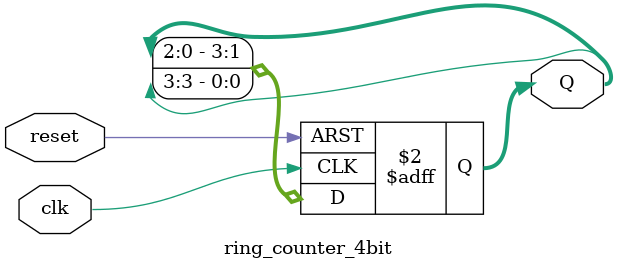
<source format=v>
`timescale 1ns / 1ps


module ring_counter_4bit (
    input clk,         // Clock signal
    input reset,       // Asynchronous reset
    output reg [3:0] Q // 4-bit output
);
    always @(posedge clk or posedge reset) begin
        if (reset)
            Q <= 4'b0001;       // Initial state
        else
            Q <= {Q[2:0], Q[3]}; // Rotate left
    end
endmodule

</source>
